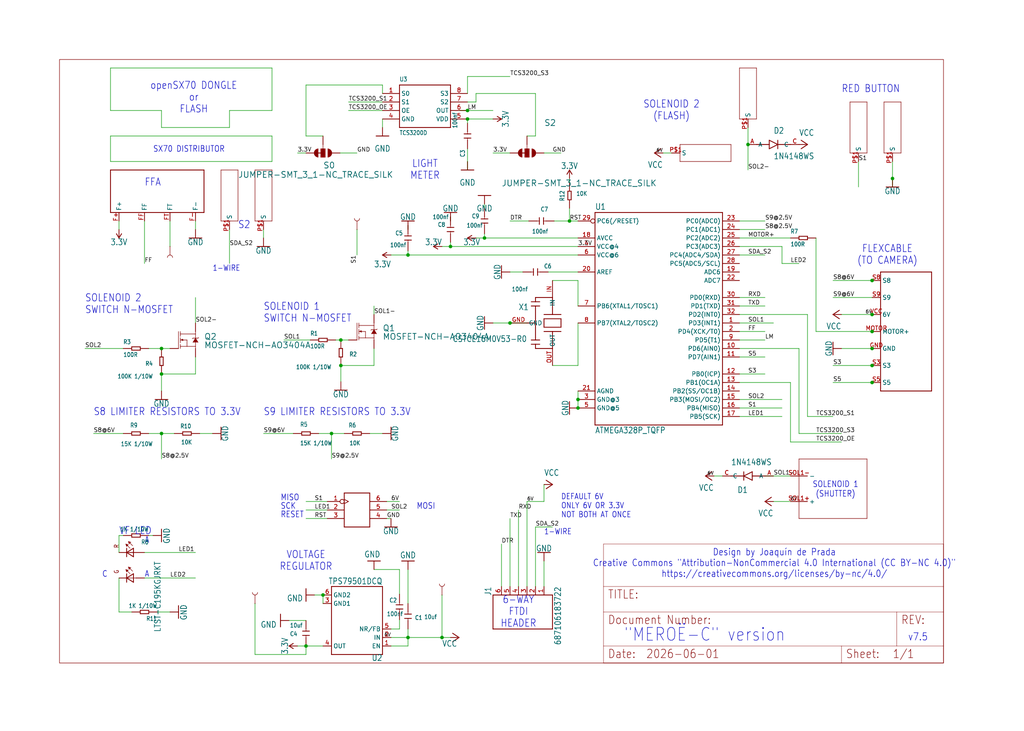
<source format=kicad_sch>
(kicad_sch (version 20230121) (generator eeschema)
  (paper "User" 305.994 218.491)
  (junction (at 48.26 129.54))
  (junction (at 260.604 83.82))
  (junction (at 260.604 109.22))
  (junction (at 260.604 104.14))
  (junction (at 132.08 190.5))
  (junction (at 144.78 71.12))
  (junction (at 139.7 35.56))
  (junction (at 260.604 93.98))
  (junction (at 266.7 53.34))
  (junction (at 260.604 99.06))
  (junction (at 101.854 101.6))
  (junction (at 172.72 121.92))
  (junction (at 134.62 73.66))
  (junction (at 223.52 43.18))
  (junction (at 96.52 177.8))
  (junction (at 170.18 66.04))
  (junction (at 101.854 109.22))
  (junction (at 121.92 190.5))
  (junction (at 48.26 104.14))
  (junction (at 91.44 193.04))
  (junction (at 260.604 114.3))
  (junction (at 99.06 129.54))
  (junction (at 121.92 76.2))
  (junction (at 172.72 119.38))
  (junction (at 152.4 96.52))
  (junction (at 139.7 33.02))
  (junction (at 48.26 111.76))
  (wire (pts (xy 220.98 124.46) (xy 233.68 124.46)) (stroke (width 0.1524)))
  (wire (pts (xy 100.33 101.6) (xy 101.854 101.6)) (stroke (width 0.1524)))
  (wire (pts (xy 170.18 66.04) (xy 172.72 66.04)) (stroke (width 0.1524)))
  (wire (pts (xy 157.48 149.86) (xy 157.48 175.26)) (stroke (width 0.1524)))
  (wire (pts (xy 223.52 38.1) (xy 223.52 43.18)) (stroke (width 0.1524)))
  (wire (pts (xy 238.76 104.14) (xy 238.76 129.54)) (stroke (width 0.1524)))
  (wire (pts (xy 220.98 71.12) (xy 236.22 71.12)) (stroke (width 0.1524)))
  (wire (pts (xy 68.58 38.1) (xy 68.58 33.02)) (stroke (width 0.1524)))
  (wire (pts (xy 260.604 99.06) (xy 260.858 99.06)) (stroke (width 0.1524)))
  (wire (pts (xy 78.74 71.12) (xy 78.74 68.58)) (stroke (width 0.1524)))
  (wire (pts (xy 172.72 83.82) (xy 172.72 91.44)) (stroke (width 0.1524)))
  (wire (pts (xy 163.83 81.28) (xy 172.72 81.28)) (stroke (width 0.1524)))
  (wire (pts (xy 35.56 160.02) (xy 36.83 160.02)) (stroke (width 0.1524)))
  (wire (pts (xy 220.98 66.04) (xy 228.6 66.04)) (stroke (width 0.1524)))
  (wire (pts (xy 170.18 53.34) (xy 170.18 54.61)) (stroke (width 0.1524)))
  (wire (pts (xy 198.12 45.72) (xy 200.66 45.72)) (stroke (width 0.1524)))
  (wire (pts (xy 87.63 129.54) (xy 78.74 129.54)) (stroke (width 0.1524)))
  (wire (pts (xy 68.58 68.58) (xy 68.58 78.74)) (stroke (width 0.1524)))
  (wire (pts (xy 165.1 83.82) (xy 172.72 83.82)) (stroke (width 0.1524)))
  (wire (pts (xy 172.72 76.2) (xy 121.92 76.2)) (stroke (width 0.1524)))
  (wire (pts (xy 134.62 72.39) (xy 134.62 73.66)) (stroke (width 0.1524)))
  (wire (pts (xy 81.28 48.26) (xy 33.02 48.26)) (stroke (width 0.1524)))
  (wire (pts (xy 119.38 187.96) (xy 119.38 185.166)) (stroke (width 0.1524)))
  (wire (pts (xy 76.2 195.58) (xy 91.44 195.58)) (stroke (width 0.1524)))
  (wire (pts (xy 92.71 101.6) (xy 84.836 101.6)) (stroke (width 0.1524)))
  (wire (pts (xy 251.46 104.14) (xy 260.604 104.14)) (stroke (width 0.1524)))
  (wire (pts (xy 132.08 190.5) (xy 134.62 190.5)) (stroke (width 0.1524)))
  (wire (pts (xy 172.72 119.38) (xy 172.72 121.92)) (stroke (width 0.1524)))
  (wire (pts (xy 220.98 104.14) (xy 238.76 104.14)) (stroke (width 0.1524)))
  (wire (pts (xy 48.26 111.76) (xy 58.42 111.76)) (stroke (width 0.1524)))
  (wire (pts (xy 106.68 68.58) (xy 106.68 76.2)) (stroke (width 0.1524)))
  (wire (pts (xy 144.78 60.96) (xy 144.78 62.23)) (stroke (width 0.1524)))
  (wire (pts (xy 114.3 30.48) (xy 104.14 30.48)) (stroke (width 0.1524)))
  (wire (pts (xy 220.98 76.2) (xy 228.6 76.2)) (stroke (width 0.1524)))
  (wire (pts (xy 50.8 66.04) (xy 50.8 73.66)) (stroke (width 0.1524)))
  (wire (pts (xy 36.83 104.14) (xy 25.4 104.14)) (stroke (width 0.1524)))
  (wire (pts (xy 139.7 33.02) (xy 147.32 33.02)) (stroke (width 0.1524)))
  (wire (pts (xy 119.38 177.546) (xy 119.38 170.18)) (stroke (width 0.1524)))
  (wire (pts (xy 233.68 73.66) (xy 233.68 78.74)) (stroke (width 0.1524)))
  (wire (pts (xy 99.06 129.54) (xy 102.87 129.54)) (stroke (width 0.1524)))
  (wire (pts (xy 97.79 152.4) (xy 91.44 152.4)) (stroke (width 0.1524)))
  (wire (pts (xy 91.44 40.64) (xy 96.52 40.64)) (stroke (width 0.1524)))
  (wire (pts (xy 58.42 66.04) (xy 58.42 68.58)) (stroke (width 0.1524)))
  (wire (pts (xy 172.72 109.22) (xy 172.72 96.52)) (stroke (width 0.1524)))
  (wire (pts (xy 88.9 193.04) (xy 91.44 193.04)) (stroke (width 0.1524)))
  (wire (pts (xy 114.3 129.54) (xy 110.49 129.54)) (stroke (width 0.1524)))
  (wire (pts (xy 160.02 27.94) (xy 160.02 40.64)) (stroke (width 0.1524)))
  (wire (pts (xy 48.26 38.1) (xy 68.58 38.1)) (stroke (width 0.1524)))
  (wire (pts (xy 248.92 114.3) (xy 260.604 114.3)) (stroke (width 0.1524)))
  (wire (pts (xy 101.854 109.22) (xy 111.76 109.22)) (stroke (width 0.1524)))
  (wire (pts (xy 233.68 78.74) (xy 238.76 78.74)) (stroke (width 0.1524)))
  (wire (pts (xy 48.26 104.14) (xy 50.8 104.14)) (stroke (width 0.1524)))
  (wire (pts (xy 115.57 154.94) (xy 116.84 154.94)) (stroke (width 0.1524)))
  (wire (pts (xy 220.98 114.3) (xy 236.22 114.3)) (stroke (width 0.1524)))
  (wire (pts (xy 220.98 121.92) (xy 233.68 121.92)) (stroke (width 0.1524)))
  (wire (pts (xy 147.32 96.52) (xy 152.4 96.52)) (stroke (width 0.1524)))
  (wire (pts (xy 121.92 68.58) (xy 121.92 67.31)) (stroke (width 0.1524)))
  (wire (pts (xy 165.1 109.22) (xy 172.72 109.22)) (stroke (width 0.1524)))
  (wire (pts (xy 97.79 149.86) (xy 91.44 149.86)) (stroke (width 0.1524)))
  (wire (pts (xy 33.02 48.26) (xy 33.02 40.64)) (stroke (width 0.1524)))
  (wire (pts (xy 48.26 116.84) (xy 48.26 111.76)) (stroke (width 0.1524)))
  (wire (pts (xy 99.06 129.54) (xy 99.06 137.16)) (stroke (width 0.1524)))
  (wire (pts (xy 160.02 157.48) (xy 165.1 157.48)) (stroke (width 0.1524)))
  (wire (pts (xy 101.854 114.046) (xy 101.854 109.22)) (stroke (width 0.1524)))
  (wire (pts (xy 81.28 33.02) (xy 81.28 20.32)) (stroke (width 0.1524)))
  (wire (pts (xy 220.98 111.76) (xy 228.6 111.76)) (stroke (width 0.1524)))
  (wire (pts (xy 134.62 73.66) (xy 172.72 73.66)) (stroke (width 0.1524)))
  (wire (pts (xy 248.92 109.22) (xy 260.604 109.22)) (stroke (width 0.1524)))
  (wire (pts (xy 243.84 71.12) (xy 243.84 99.06)) (stroke (width 0.1524)))
  (wire (pts (xy 114.3 33.02) (xy 104.14 33.02)) (stroke (width 0.1524)))
  (wire (pts (xy 251.46 93.98) (xy 260.604 93.98)) (stroke (width 0.1524)))
  (wire (pts (xy 44.45 104.14) (xy 48.26 104.14)) (stroke (width 0.1524)))
  (wire (pts (xy 260.604 104.14) (xy 260.858 104.14)) (stroke (width 0.1524)))
  (wire (pts (xy 260.604 93.98) (xy 260.858 93.98)) (stroke (width 0.1524)))
  (wire (pts (xy 152.4 175.26) (xy 152.4 154.94)) (stroke (width 0.1524)))
  (wire (pts (xy 260.604 114.3) (xy 260.858 114.3)) (stroke (width 0.1524)))
  (wire (pts (xy 95.25 129.54) (xy 99.06 129.54)) (stroke (width 0.1524)))
  (wire (pts (xy 162.56 144.78) (xy 162.56 149.86)) (stroke (width 0.1524)))
  (wire (pts (xy 96.52 180.34) (xy 96.52 177.8)) (stroke (width 0.1524)))
  (wire (pts (xy 121.92 190.5) (xy 132.08 190.5)) (stroke (width 0.1524)))
  (wire (pts (xy 236.22 149.86) (xy 231.14 149.86)) (stroke (width 0.1524)))
  (wire (pts (xy 132.08 177.8) (xy 132.08 190.5)) (stroke (width 0.1524)))
  (wire (pts (xy 231.14 142.24) (xy 228.6 142.24)) (stroke (width 0.1524)))
  (wire (pts (xy 59.69 129.54) (xy 63.5 129.54)) (stroke (width 0.1524)))
  (wire (pts (xy 68.58 33.02) (xy 81.28 33.02)) (stroke (width 0.1524)))
  (wire (pts (xy 260.604 109.22) (xy 260.858 109.22)) (stroke (width 0.1524)))
  (wire (pts (xy 152.4 96.52) (xy 157.48 96.52)) (stroke (width 0.1524)))
  (wire (pts (xy 248.92 88.9) (xy 260.604 88.9)) (stroke (width 0.1524)))
  (wire (pts (xy 248.92 83.82) (xy 260.604 83.82)) (stroke (width 0.1524)))
  (wire (pts (xy 33.02 33.02) (xy 48.26 33.02)) (stroke (width 0.1524)))
  (wire (pts (xy 111.76 170.18) (xy 119.38 170.18)) (stroke (width 0.1524)))
  (wire (pts (xy 48.26 33.02) (xy 48.26 38.1)) (stroke (width 0.1524)))
  (wire (pts (xy 76.2 180.34) (xy 76.2 195.58)) (stroke (width 0.1524)))
  (wire (pts (xy 121.92 170.18) (xy 121.92 180.34)) (stroke (width 0.1524)))
  (wire (pts (xy 48.26 129.54) (xy 52.07 129.54)) (stroke (width 0.1524)))
  (wire (pts (xy 91.44 45.72) (xy 88.9 45.72)) (stroke (width 0.1524)))
  (wire (pts (xy 91.44 193.04) (xy 96.52 193.04)) (stroke (width 0.1524)))
  (wire (pts (xy 154.94 175.26) (xy 154.94 152.4)) (stroke (width 0.1524)))
  (wire (pts (xy 236.22 142.24) (xy 231.14 142.24)) (stroke (width 0.1524)))
  (wire (pts (xy 160.02 40.64) (xy 157.48 40.64)) (stroke (width 0.1524)))
  (wire (pts (xy 162.56 45.72) (xy 167.64 45.72)) (stroke (width 0.1524)))
  (wire (pts (xy 111.76 109.22) (xy 111.76 104.14)) (stroke (width 0.1524)))
  (wire (pts (xy 266.7 53.34) (xy 266.7 55.88)) (stroke (width 0.1524)))
  (wire (pts (xy 220.98 73.66) (xy 233.68 73.66)) (stroke (width 0.1524)))
  (wire (pts (xy 162.56 167.64) (xy 162.56 175.26)) (stroke (width 0.1524)))
  (wire (pts (xy 115.57 149.86) (xy 119.38 149.86)) (stroke (width 0.1524)))
  (wire (pts (xy 44.45 129.54) (xy 48.26 129.54)) (stroke (width 0.1524)))
  (wire (pts (xy 58.42 96.52) (xy 58.42 88.9)) (stroke (width 0.1524)))
  (wire (pts (xy 241.3 124.46) (xy 248.92 124.46)) (stroke (width 0.1524)))
  (wire (pts (xy 114.3 27.94) (xy 114.3 25.4)) (stroke (width 0.1524)))
  (wire (pts (xy 48.26 129.54) (xy 48.26 137.16)) (stroke (width 0.1524)))
  (wire (pts (xy 134.62 66.04) (xy 134.62 64.77)) (stroke (width 0.1524)))
  (wire (pts (xy 220.98 96.52) (xy 231.14 96.52)) (stroke (width 0.1524)))
  (wire (pts (xy 121.92 74.93) (xy 121.92 76.2)) (stroke (width 0.1524)))
  (wire (pts (xy 35.56 182.88) (xy 39.37 182.88)) (stroke (width 0.1524)))
  (wire (pts (xy 160.02 175.26) (xy 160.02 157.48)) (stroke (width 0.1524)))
  (wire (pts (xy 139.7 35.56) (xy 139.7 36.83)) (stroke (width 0.1524)))
  (wire (pts (xy 256.54 48.26) (xy 256.54 55.88)) (stroke (width 0.1524)))
  (wire (pts (xy 220.98 68.58) (xy 228.6 68.58)) (stroke (width 0.1524)))
  (wire (pts (xy 86.36 185.42) (xy 91.44 185.42)) (stroke (width 0.1524)))
  (wire (pts (xy 121.92 193.04) (xy 121.92 190.5)) (stroke (width 0.1524)))
  (wire (pts (xy 266.7 48.26) (xy 266.7 53.34)) (stroke (width 0.1524)))
  (wire (pts (xy 152.4 45.72) (xy 147.32 45.72)) (stroke (width 0.1524)))
  (wire (pts (xy 170.18 62.23) (xy 170.18 66.04)) (stroke (width 0.1524)))
  (wire (pts (xy 157.988 66.04) (xy 152.4 66.04)) (stroke (width 0.1524)))
  (wire (pts (xy 152.4 81.28) (xy 156.21 81.28)) (stroke (width 0.1524)))
  (wire (pts (xy 220.98 101.6) (xy 228.6 101.6)) (stroke (width 0.1524)))
  (wire (pts (xy 43.18 66.04) (xy 43.18 78.74)) (stroke (width 0.1524)))
  (wire (pts (xy 111.76 93.98) (xy 111.76 91.44)) (stroke (width 0.1524)))
  (wire (pts (xy 142.24 27.94) (xy 160.02 27.94)) (stroke (width 0.1524)))
  (wire (pts (xy 35.56 172.72) (xy 35.56 182.88)) (stroke (width 0.1524)))
  (wire (pts (xy 243.84 99.06) (xy 260.604 99.06)) (stroke (width 0.1524)))
  (wire (pts (xy 139.7 44.45) (xy 139.7 48.26)) (stroke (width 0.1524)))
  (wire (pts (xy 260.604 83.82) (xy 260.858 83.82)) (stroke (width 0.1524)))
  (wire (pts (xy 139.7 22.86) (xy 152.4 22.86)) (stroke (width 0.1524)))
  (wire (pts (xy 35.56 165.1) (xy 35.56 160.02)) (stroke (width 0.1524)))
  (wire (pts (xy 220.98 106.68) (xy 228.6 106.68)) (stroke (width 0.1524)))
  (wire (pts (xy 132.08 73.66) (xy 134.62 73.66)) (stroke (width 0.1524)))
  (wire (pts (xy 36.83 129.54) (xy 27.94 129.54)) (stroke (width 0.1524)))
  (wire (pts (xy 172.72 116.84) (xy 172.72 119.38)) (stroke (width 0.1524)))
  (wire (pts (xy 139.7 35.56) (xy 147.32 35.56)) (stroke (width 0.1524)))
  (wire (pts (xy 213.36 142.24) (xy 215.9 142.24)) (stroke (width 0.1524)))
  (wire (pts (xy 223.52 43.18) (xy 223.52 50.8)) (stroke (width 0.1524)))
  (wire (pts (xy 220.98 88.9) (xy 228.6 88.9)) (stroke (width 0.1524)))
  (wire (pts (xy 162.56 149.86) (xy 157.48 149.86)) (stroke (width 0.1524)))
  (wire (pts (xy 101.6 45.72) (xy 106.68 45.72)) (stroke (width 0.1524)))
  (wire (pts (xy 101.854 101.6) (xy 104.14 101.6)) (stroke (width 0.1524)))
  (wire (pts (xy 137.16 33.02) (xy 139.7 33.02)) (stroke (width 0.1524)))
  (wire (pts (xy 121.92 187.96) (xy 121.92 190.5)) (stroke (width 0.1524)))
  (wire (pts (xy 114.3 38.1) (xy 114.3 35.56)) (stroke (width 0.1524)))
  (wire (pts (xy 46.99 182.88) (xy 50.8 182.88)) (stroke (width 0.1524)))
  (wire (pts (xy 116.84 193.04) (xy 121.92 193.04)) (stroke (width 0.1524)))
  (wire (pts (xy 43.18 172.72) (xy 58.42 172.72)) (stroke (width 0.1524)))
  (wire (pts (xy 33.02 20.32) (xy 33.02 33.02)) (stroke (width 0.1524)))
  (wire (pts (xy 165.608 66.04) (xy 170.18 66.04)) (stroke (width 0.1524)))
  (wire (pts (xy 238.76 129.54) (xy 251.46 129.54)) (stroke (width 0.1524)))
  (wire (pts (xy 44.45 160.02) (xy 45.72 160.02)) (stroke (width 0.1524)))
  (wire (pts (xy 149.86 175.26) (xy 149.86 162.56)) (stroke (width 0.1524)))
  (wire (pts (xy 33.02 40.64) (xy 81.28 40.64)) (stroke (width 0.1524)))
  (wire (pts (xy 142.24 30.48) (xy 142.24 27.94)) (stroke (width 0.1524)))
  (wire (pts (xy 43.18 165.1) (xy 58.42 165.1)) (stroke (width 0.1524)))
  (wire (pts (xy 91.44 195.58) (xy 91.44 193.04)) (stroke (width 0.1524)))
  (wire (pts (xy 139.7 48.26) (xy 139.7 50.8)) (stroke (width 0.1524)))
  (wire (pts (xy 220.98 91.44) (xy 228.6 91.44)) (stroke (width 0.1524)))
  (wire (pts (xy 58.42 111.76) (xy 58.42 106.68)) (stroke (width 0.1524)))
  (wire (pts (xy 236.22 132.08) (xy 251.46 132.08)) (stroke (width 0.1524)))
  (wire (pts (xy 172.72 71.12) (xy 144.78 71.12)) (stroke (width 0.1524)))
  (wire (pts (xy 93.98 177.8) (xy 96.52 177.8)) (stroke (width 0.1524)))
  (wire (pts (xy 220.98 93.98) (xy 241.3 93.98)) (stroke (width 0.1524)))
  (wire (pts (xy 91.44 25.4) (xy 91.44 40.64)) (stroke (width 0.1524)))
  (wire (pts (xy 81.28 40.64) (xy 81.28 48.26)) (stroke (width 0.1524)))
  (wire (pts (xy 220.98 99.06) (xy 228.6 99.06)) (stroke (width 0.1524)))
  (wire (pts (xy 236.22 114.3) (xy 236.22 132.08)) (stroke (width 0.1524)))
  (wire (pts (xy 121.92 76.2) (xy 116.84 76.2)) (stroke (width 0.1524)))
  (wire (pts (xy 81.28 20.32) (xy 33.02 20.32)) (stroke (width 0.1524)))
  (wire (pts (xy 116.84 187.96) (xy 119.38 187.96)) (stroke (width 0.1524)))
  (wire (pts (xy 144.78 69.85) (xy 144.78 71.12)) (stroke (width 0.1524)))
  (wire (pts (xy 144.78 71.12) (xy 142.24 71.12)) (stroke (width 0.1524)))
  (wire (pts (xy 241.3 93.98) (xy 241.3 124.46)) (stroke (width 0.1524)))
  (wire (pts (xy 116.84 190.5) (xy 121.92 190.5)) (stroke (width 0.1524)))
  (wire (pts (xy 115.57 152.4) (xy 119.38 152.4)) (stroke (width 0.1524)))
  (wire (pts (xy 97.79 154.94) (xy 91.44 154.94)) (stroke (width 0.1524)))
  (wire (pts (xy 139.7 27.94) (xy 139.7 22.86)) (stroke (width 0.1524)))
  (wire (pts (xy 35.56 66.04) (xy 35.56 68.58)) (stroke (width 0.1524)))
  (wire (pts (xy 220.98 119.38) (xy 233.68 119.38)) (stroke (width 0.1524)))
  (wire (pts (xy 139.7 30.48) (xy 142.24 30.48)) (stroke (width 0.1524)))
  (wire (pts (xy 114.3 25.4) (xy 91.44 25.4)) (stroke (width 0.1524)))
  (text "S9 LIMITER RESISTORS TO 3.3V" (at 78.74 124.46 0) (effects (font (size 2.1844 1.8567)) (justify left bottom)))
  (text "LIGHT\nMETER" (at 127 50.8 0) (effects (font (size 2.1844 1.8567))))
  (text "FFA" (at 43.18 55.88 0) (effects (font (size 2.1844 1.8567)) (justify left bottom)))
  (text "SOLENOID 2\nSWITCH N-MOSFET" (at 25.4 93.98 0) (effects (font (size 2.1844 1.8567)) (justify left bottom)))
  (text "S8 LIMITER RESISTORS TO 3.3V" (at 27.94 124.46 0) (effects (font (size 2.1844 1.8567)) (justify left bottom)))
  (text "SOLENOID 2\n(FLASH)" (at 200.66 33.02 0) (effects (font (size 2.1844 1.8567))))
  (text "Design by Joaquín de Prada\nCreative Commons \"Attribution-NonCommercial 4.0 International (CC BY-NC 4.0)\"\nhttps://creativecommons.org/licenses/by-nc/4.0/" (at 231.394 168.402 0) (effects (font (size 2.0066 1.7056))))
  (text "SOLENOID 1\nSWITCH N-MOSFET" (at 78.74 96.52 0) (effects (font (size 2.1844 1.8567)) (justify left bottom)))
  (text "VF LED" (at 35.56 160.02 0) (effects (font (size 2.1844 1.8567)) (justify left bottom)))
  (text "RED BUTTON" (at 251.46 27.94 0) (effects (font (size 2.1844 1.8567)) (justify left bottom)))
  (text "A" (at 43.18 172.72 0) (effects (font (size 1.778 1.5113)) (justify left bottom)))
  (text "MISO" (at 83.82 149.86 0) (effects (font (size 1.778 1.5113)) (justify left bottom)))
  (text "\"MEROË-C\" version" (at 186.436 192.024 0) (effects (font (size 3.81 3.2385)) (justify left bottom)))
  (text "SCK" (at 83.82 152.4 0) (effects (font (size 1.778 1.5113)) (justify left bottom)))
  (text "SX70 DISTRIBUTOR" (at 45.72 45.72 0) (effects (font (size 1.778 1.5113)) (justify left bottom)))
  (text "S2" (at 71.12 68.58 0) (effects (font (size 2.1844 1.8567)) (justify left bottom)))
  (text "SOLENOID 1\n(SHUTTER)" (at 249.682 146.304 0) (effects (font (size 1.778 1.5113))))
  (text "RESET" (at 83.82 154.94 0) (effects (font (size 1.778 1.5113)) (justify left bottom)))
  (text "1-WIRE" (at 162.56 160.02 0) (effects (font (size 1.6764 1.4249)) (justify left bottom)))
  (text "v7.5" (at 274.32 190.5 0) (effects (font (size 2.1844 1.8567))))
  (text "openSX70 DONGLE\nor\nFLASH" (at 57.912 29.21 0) (effects (font (size 2.1844 1.8567))))
  (text "1-WIRE" (at 63.5 81.28 0) (effects (font (size 1.6764 1.4249)) (justify left bottom)))
  (text "DEFAULT 6V\nONLY 6V OR 3.3V\nNOT BOTH AT ONCE" (at 167.64 154.94 0) (effects (font (size 1.6764 1.4249)) (justify left bottom)))
  (text "A" (at 43.18 162.56 0) (effects (font (size 1.778 1.5113)) (justify left bottom)))
  (text "C" (at 30.48 172.72 0) (effects (font (size 1.778 1.5113)) (justify left bottom)))
  (text "MOSI" (at 124.46 152.4 0) (effects (font (size 1.778 1.5113)) (justify left bottom)))
  (text "VOLTAGE\nREGULATOR" (at 91.44 167.64 0) (effects (font (size 2.1844 1.8567))))
  (text "FLEXCABLE\n(TO CAMERA)" (at 265.176 76.2 0) (effects (font (size 2.1844 1.8567))))
  (text "6-WAY\nFTDI\nHEADER" (at 154.94 182.88 0) (effects (font (size 2.1844 1.8567))))
  (label "S9@2.5V" (at 99.06 137.16 0) (effects (font (size 1.2446 1.2446))))
  (label "S5" (at 223.52 106.68 0) (effects (font (size 1.2446 1.2446))))
  (label "S5" (at 248.92 114.3 0) (effects (font (size 1.2446 1.2446))))
  (label "LED2" (at 50.8 172.72 0) (effects (font (size 1.2446 1.2446))))
  (label "6V" (at 157.48 149.86 0) (effects (font (size 1.016 1.016))))
  (label "S3" (at 248.92 109.22 0) (effects (font (size 1.2446 1.2446))))
  (label "TCS3200_OE" (at 243.84 132.08 0) (effects (font (size 1.2446 1.2446))))
  (label "TCS3200_OE" (at 104.14 33.02 0) (effects (font (size 1.2446 1.2446))))
  (label "6V" (at 236.22 149.86 0) (effects (font (size 1.016 1.016))))
  (label "S8@6V" (at 27.94 129.54 0) (effects (font (size 1.2446 1.2446))))
  (label "SOL1" (at 84.836 101.6 0) (effects (font (size 1.2446 1.2446))))
  (label "SOL1-" (at 231.14 142.24 0) (effects (font (size 1.2446 1.2446))))
  (label "3.3V" (at 147.32 45.72 0) (effects (font (size 1.2446 1.2446))))
  (label "LED1" (at 93.98 152.4 0) (effects (font (size 1.2446 1.2446))))
  (label "LED1" (at 223.52 124.46 0) (effects (font (size 1.2446 1.2446))))
  (label "TXD" (at 152.4 154.94 0) (effects (font (size 1.2446 1.2446))))
  (label "S9@6V" (at 78.74 129.54 0) (effects (font (size 1.2446 1.2446))))
  (label "TCS3200_S3" (at 152.4 22.86 0) (effects (font (size 1.2446 1.2446))))
  (label "LM" (at 228.6 101.6 0) (effects (font (size 1.2446 1.2446))))
  (label "3.3V" (at 88.9 45.72 0) (effects (font (size 1.2446 1.2446))))
  (label "SOL2-" (at 223.52 50.8 0) (effects (font (size 1.2446 1.2446))))
  (label "S1" (at 93.98 149.86 0) (effects (font (size 1.2446 1.2446))))
  (label "S8@2.5V" (at 228.6 68.58 0) (effects (font (size 1.2446 1.2446))))
  (label "SOL1" (at 223.52 96.52 0) (effects (font (size 1.2446 1.2446))))
  (label "TCS3200_S3" (at 243.84 129.54 0) (effects (font (size 1.2446 1.2446))))
  (label "SDA_S2" (at 223.52 76.2 0) (effects (font (size 1.2446 1.2446))))
  (label "6V" (at 213.36 142.24 180) (effects (font (size 1.016 1.016))))
  (label "S8@2.5V" (at 48.26 137.16 0) (effects (font (size 1.2446 1.2446))))
  (label "TCS3200_S1" (at 104.14 30.48 0) (effects (font (size 1.2446 1.2446))))
  (label "SOL2" (at 223.52 119.38 0) (effects (font (size 1.2446 1.2446))))
  (label "SOL1-" (at 111.76 93.98 0) (effects (font (size 1.2446 1.2446))))
  (label "6V" (at 116.84 190.5 180) (effects (font (size 1.016 1.016))))
  (label "S1" (at 106.68 76.2 270) (effects (font (size 1.2446 1.2446))))
  (label "FF" (at 223.52 99.06 0) (effects (font (size 1.2446 1.2446))))
  (label "GND" (at 106.68 45.72 0) (effects (font (size 1.2446 1.2446))))
  (label "MOTOR+" (at 223.52 71.12 0) (effects (font (size 1.2446 1.2446))))
  (label "SDA_S2" (at 160.02 157.48 0) (effects (font (size 1.2446 1.2446))))
  (label "TXD" (at 223.52 91.44 0) (effects (font (size 1.2446 1.2446))))
  (label "S3" (at 223.52 111.76 0) (effects (font (size 1.2446 1.2446))))
  (label "GND" (at 165.1 45.72 0) (effects (font (size 1.2446 1.2446))))
  (label "SDA_S2" (at 68.58 73.66 0) (effects (font (size 1.2446 1.2446))))
  (label "LED1" (at 53.34 165.1 0) (effects (font (size 1.2446 1.2446))))
  (label "TCS3200_S1" (at 243.84 124.46 0) (effects (font (size 1.2446 1.2446))))
  (label "RST" (at 170.18 66.04 0) (effects (font (size 1.2446 1.2446))))
  (label "SOL2-" (at 58.42 96.52 0) (effects (font (size 1.2446 1.2446))))
  (label "S9@6V" (at 248.92 88.9 0) (effects (font (size 1.2446 1.2446))))
  (label "GND" (at 115.57 154.94 0) (effects (font (size 1.2446 1.2446))))
  (label "6V" (at 198.12 45.72 180) (effects (font (size 1.016 1.016))))
  (label "RST" (at 93.98 154.94 0) (effects (font (size 1.2446 1.2446))))
  (label "RXD" (at 223.52 88.9 0) (effects (font (size 1.2446 1.2446))))
  (label "RXD" (at 154.94 152.4 0) (effects (font (size 1.2446 1.2446))))
  (label "S1" (at 256.54 48.26 0) (effects (font (size 1.2446 1.2446))))
  (label "S8@6V" (at 248.92 83.82 0) (effects (font (size 1.2446 1.2446))))
  (label "DTR" (at 152.4 66.04 0) (effects (font (size 1.2446 1.2446))))
  (label "LED2" (at 236.22 78.74 0) (effects (font (size 1.2446 1.2446))))
  (label "3.3V" (at 172.72 73.66 0) (effects (font (size 1.2446 1.2446))))
  (label "LM" (at 139.7 33.02 0) (effects (font (size 1.2446 1.2446))))
  (label "FF" (at 43.18 78.74 0) (effects (font (size 1.2446 1.2446))))
  (label "S1" (at 223.52 121.92 0) (effects (font (size 1.2446 1.2446))))
  (label "SOL2" (at 25.4 104.14 0) (effects (font (size 1.2446 1.2446))))
  (label "6V" (at 260.604 93.98 180) (effects (font (size 1.016 1.016))))
  (label "DTR" (at 149.86 162.56 0) (effects (font (size 1.2446 1.2446))))
  (label "SOL2" (at 116.84 152.4 0) (effects (font (size 1.2446 1.2446))))
  (label "6V" (at 116.84 149.86 0) (effects (font (size 1.2446 1.2446))))
  (label "S9@2.5V" (at 228.6 66.04 0) (effects (font (size 1.2446 1.2446))))
  (symbol (lib_id "openSX70_MEROEC_V7-9C_20200625-TCS3200-eagle-import:GND") (at 66.04 129.54 90) (unit 1)
    (property "Reference" "#GND9" (effects hide))
    (property "Value" "GND" (at 66.294 129.54 0) (effects (font (size 1.778 1.5113)) (justify top)))
  )
  (symbol (lib_id "openSX70_MEROEC_V7-9C_20200625-TCS3200-eagle-import:VCC") (at 137.16 190.5 270) (unit 1)
    (property "Reference" "#P+4" (effects hide))
    (property "Value" "VCC" (at 132.08 193.294 90) (effects (font (size 1.778 1.5113)) (justify left bottom)))
  )
  (symbol (lib_id "openSX70_MEROEC_V7-9C_20200625-TCS3200-eagle-import:GND") (at 111.76 167.64 180) (unit 1)
    (property "Reference" "#GND17" (effects hide))
    (property "Value" "GND" (at 111.252 166.624 0) (effects (font (size 1.778 1.5113)) (justify top)))
  )
  (symbol (lib_id "openSX70_MEROEC_V7-9C_20200625-TCS3200-eagle-import:CERAMIC-100NF-50V-10%-X7R(0603)") (at 161.798 66.04 0) (unit 1)
    (property "Reference" "C7" (at 163.83 61.849 0) (effects (font (size 1.27 1.0795)) (justify right top)))
    (property "Value" "100nf" (at 163.83 68.453 0) (effects (font (size 1.27 1.0795)) (justify right top)))
    (property "Footprint" "openSX70_MEROEC_V7-9C_20200625-TCS3200:C0603" (effects hide))
  )
  (symbol (lib_id "openSX70_MEROEC_V7-9C_20200625-TCS3200-eagle-import:1N4148WS") (at 223.52 142.24 180) (unit 1)
    (property "Reference" "D1" (at 223.52 145.415 0) (effects (font (size 1.778 1.5113)) (justify left bottom)))
    (property "Value" "1N4148WS" (at 218.44 139.065 0) (effects (font (size 1.778 1.5113)) (justify right top)))
    (property "Footprint" "openSX70_MEROEC_V7-9C_20200625-TCS3200:SODFL2512X100N" (effects hide))
  )
  (symbol (lib_id "openSX70_MEROEC_V7-9C_20200625-TCS3200-eagle-import:GND") (at 162.56 165.1 180) (unit 1)
    (property "Reference" "#GND1" (effects hide))
    (property "Value" "GND" (at 162.56 164.846 0) (effects (font (size 1.778 1.5113)) (justify top)))
  )
  (symbol (lib_id "openSX70_MEROEC_V7-9C_20200625-TCS3200-eagle-import:SX70-7-PAD") (at 270.764 99.06 0) (mirror y) (unit 1)
    (property "Reference" "U$1" (effects hide))
    (property "Value" "SX70-7-PAD" (effects hide))
    (property "Footprint" "openSX70_MEROEC_V7-9C_20200625-TCS3200:SX70-7-PAD-PROPER" (effects hide))
  )
  (symbol (lib_id "openSX70_MEROEC_V7-9C_20200625-TCS3200-eagle-import:SMD-RES-10K-1%-1/10W(0603)") (at 170.18 58.42 90) (unit 1)
    (property "Reference" "R12" (at 168.6814 60.198 0) (effects (font (size 1.27 1.0795)) (justify left bottom)))
    (property "Value" "10K" (at 175.514 57.15 90) (effects (font (size 1.27 1.0795)) (justify left bottom)))
    (property "Footprint" "openSX70_MEROEC_V7-9C_20200625-TCS3200:R0603" (effects hide))
  )
  (symbol (lib_id "openSX70_MEROEC_V7-9C_20200625-TCS3200-eagle-import:GND") (at 139.7 50.8 0) (unit 1)
    (property "Reference" "#GND19" (effects hide))
    (property "Value" "GND" (at 139.7 53.594 0) (effects (font (size 1.778 1.5113)) (justify top)))
  )
  (symbol (lib_id "openSX70_MEROEC_V7-9C_20200625-TCS3200-eagle-import:SX70-FFA-PAD") (at 48.26 58.42 0) (unit 1)
    (property "Reference" "U$2" (effects hide))
    (property "Value" "FFA" (effects hide))
    (property "Footprint" "openSX70_MEROEC_V7-9C_20200625-TCS3200:FFA-PAD-PACKAGE" (effects hide))
  )
  (symbol (lib_id "openSX70_MEROEC_V7-9C_20200625-TCS3200-eagle-import:GND") (at 149.86 81.28 270) (unit 1)
    (property "Reference" "#GND23" (effects hide))
    (property "Value" "GND" (at 149.606 81.28 0) (effects (font (size 1.778 1.5113)) (justify top)))
  )
  (symbol (lib_id "openSX70_MEROEC_V7-9C_20200625-TCS3200-eagle-import:SMD-RES-100R-5%-1/10W(0603)") (at 240.03 71.12 0) (unit 1)
    (property "Reference" "R7" (at 236.22 69.85 0) (effects (font (size 1.27 1.0795)) (justify left bottom)))
    (property "Value" "100R" (at 236.22 73.66 0) (effects (font (size 1.27 1.0795)) (justify left bottom)))
    (property "Footprint" "openSX70_MEROEC_V7-9C_20200625-TCS3200:R0603" (effects hide))
  )
  (symbol (lib_id "openSX70_MEROEC_V7-9C_20200625-TCS3200-eagle-import:supply1_GND") (at 48.26 160.02 90) (unit 1)
    (property "Reference" "#GND24" (effects hide))
    (property "Value" "GND" (at 50.8 162.56 0) (effects (font (size 1.778 1.5113)) (justify left bottom)))
  )
  (symbol (lib_id "openSX70_MEROEC_V7-9C_20200625-TCS3200-eagle-import:GND") (at 48.26 119.38 0) (unit 1)
    (property "Reference" "#GND6" (effects hide))
    (property "Value" "GND" (at 48.26 119.634 0) (effects (font (size 1.778 1.5113)) (justify top)))
  )
  (symbol (lib_id "openSX70_MEROEC_V7-9C_20200625-TCS3200-eagle-import:CERAMIC-100NF-50V-10%-X7R(0603)") (at 119.38 181.356 270) (unit 1)
    (property "Reference" "C2" (at 116.332 180.086 90) (effects (font (size 1.27 1.0795)) (justify left bottom)))
    (property "Value" "100nf" (at 115.57 184.15 90) (effects (font (size 1.27 1.0795)) (justify left bottom)))
    (property "Footprint" "openSX70_MEROEC_V7-9C_20200625-TCS3200:C0603" (effects hide))
  )
  (symbol (lib_id "openSX70_MEROEC_V7-9C_20200625-TCS3200-eagle-import:CERAMIC-100NF-50V-10%-X7R(0603)") (at 121.92 71.12 90) (unit 1)
    (property "Reference" "C5" (at 120.396 68.961 90) (effects (font (size 1.27 1.0795)) (justify left bottom)))
    (property "Value" "100nf" (at 121.412 72.517 90) (effects (font (size 1.27 1.0795)) (justify left bottom)))
    (property "Footprint" "openSX70_MEROEC_V7-9C_20200625-TCS3200:C0603" (effects hide))
  )
  (symbol (lib_id "openSX70_MEROEC_V7-9C_20200625-TCS3200-eagle-import:GND") (at 170.18 121.92 270) (unit 1)
    (property "Reference" "#GND11" (effects hide))
    (property "Value" "GND" (at 169.926 121.92 0) (effects (font (size 1.778 1.5113)) (justify top)))
  )
  (symbol (lib_id "openSX70_MEROEC_V7-9C_20200625-TCS3200-eagle-import:3.3V") (at 142.24 71.12 90) (unit 1)
    (property "Reference" "#SUPPLY8" (effects hide))
    (property "Value" "3.3V" (at 140.97 71.374 90) (effects (font (size 1.778 1.5113)) (justify bottom)))
  )
  (symbol (lib_id "openSX70_MEROEC_V7-9C_20200625-TCS3200-eagle-import:VCC") (at 195.58 45.72 90) (unit 1)
    (property "Reference" "#P+5" (effects hide))
    (property "Value" "VCC" (at 198.12 48.26 90) (effects (font (size 1.778 1.5113)) (justify left bottom)))
  )
  (symbol (lib_id "openSX70_MEROEC_V7-9C_20200625-TCS3200-eagle-import:GND") (at 78.74 73.66 0) (unit 1)
    (property "Reference" "#GND10" (effects hide))
    (property "Value" "GND" (at 78.74 73.914 0) (effects (font (size 1.778 1.5113)) (justify top)))
  )
  (symbol (lib_id "openSX70_MEROEC_V7-9C_20200625-TCS3200-eagle-import:CSTCE16M0V53-R0") (at 160.02 96.52 270) (unit 1)
    (property "Reference" "X1" (at 154.909 92.7332 90) (effects (font (size 1.7816 1.5143)) (justify left bottom)))
    (property "Value" "CSTCE16M0V53-R0" (at 157.5211 100.2923 90) (effects (font (size 1.7827 1.5152)) (justify right top)))
    (property "Footprint" "openSX70_MEROEC_V7-9C_20200625-TCS3200:CFP95P160X100-3N" (effects hide))
  )
  (symbol (lib_id "openSX70_MEROEC_V7-9C_20200625-TCS3200-eagle-import:3.3V") (at 35.56 68.58 180) (unit 1)
    (property "Reference" "#SUPPLY1" (effects hide))
    (property "Value" "3.3V" (at 35.56 71.374 0) (effects (font (size 1.778 1.5113)) (justify bottom)))
  )
  (symbol (lib_id "openSX70_MEROEC_V7-9C_20200625-TCS3200-eagle-import:ATMEGA328P_TQFP") (at 198.12 96.52 0) (unit 1)
    (property "Reference" "U1" (at 177.8 62.738 0) (effects (font (size 1.778 1.5113)) (justify left bottom)))
    (property "Value" "ATMEGA328P_TQFP" (at 177.8 129.54 0) (effects (font (size 1.778 1.5113)) (justify left bottom)))
    (property "Footprint" "openSX70_MEROEC_V7-9C_20200625-TCS3200:TQFP32-08" (effects hide))
  )
  (symbol (lib_id "openSX70_MEROEC_V7-9C_20200625-TCS3200-eagle-import:SMD-RES-100R-5%-1/10W(0603)") (at 40.64 104.14 0) (unit 1)
    (property "Reference" "R3" (at 36.83 102.87 0) (effects (font (size 1.27 1.0795)) (justify left bottom)))
    (property "Value" "100R" (at 36.83 106.68 0) (effects (font (size 1.27 1.0795)) (justify left bottom)))
    (property "Footprint" "openSX70_MEROEC_V7-9C_20200625-TCS3200:R0603" (effects hide))
  )
  (symbol (lib_id "openSX70_MEROEC_V7-9C_20200625-TCS3200-eagle-import:CERAMIC-100NF-50V-10%-X7R(0603)") (at 139.7 40.64 270) (unit 1)
    (property "Reference" "C3" (at 137.541 44.704 0) (effects (font (size 1.27 1.0795)) (justify left bottom)))
    (property "Value" "100nf" (at 135.255 33.528 0) (effects (font (size 1.27 1.0795)) (justify left bottom)))
    (property "Footprint" "openSX70_MEROEC_V7-9C_20200625-TCS3200:C0603" (effects hide))
  )
  (symbol (lib_id "openSX70_MEROEC_V7-9C_20200625-TCS3200-eagle-import:SX70-S-PAD-NEW") (at 223.52 30.48 270) (unit 1)
    (property "Reference" "SOL2-0" (effects hide))
    (property "Value" "SX70-S-PAD-NEW" (effects hide))
    (property "Footprint" "openSX70_MEROEC_V7-9C_20200625-TCS3200:SX70-S-PAD2" (effects hide))
  )
  (symbol (lib_id "openSX70_MEROEC_V7-9C_20200625-TCS3200-eagle-import:3.3V") (at 147.32 35.56 270) (unit 1)
    (property "Reference" "#SUPPLY2" (effects hide))
    (property "Value" "3.3V" (at 150.114 35.56 0) (effects (font (size 1.778 1.5113)) (justify bottom)))
  )
  (symbol (lib_id "openSX70_MEROEC_V7-9C_20200625-TCS3200-eagle-import:GND") (at 248.92 104.14 270) (unit 1)
    (property "Reference" "#GND2" (effects hide))
    (property "Value" "GND" (at 248.666 104.14 0) (effects (font (size 1.778 1.5113)) (justify top)))
  )
  (symbol (lib_id "openSX70_MEROEC_V7-9C_20200625-TCS3200-eagle-import:CERAMIC-100NF-50V-10%-X7R(0603)") (at 134.62 68.58 90) (unit 1)
    (property "Reference" "C8" (at 133.096 66.421 90) (effects (font (size 1.27 1.0795)) (justify left bottom)))
    (property "Value" "100nf" (at 134.112 64.135 90) (effects (font (size 1.27 1.0795)) (justify left bottom)))
    (property "Footprint" "openSX70_MEROEC_V7-9C_20200625-TCS3200:C0603" (effects hide))
  )
  (symbol (lib_id "openSX70_MEROEC_V7-9C_20200625-TCS3200-eagle-import:TCS3200D") (at 124.46 33.02 0) (unit 1)
    (property "Reference" "U3" (at 119.3789 24.3822 0) (effects (font (size 1.2702 1.0796)) (justify left bottom)))
    (property "Value" "TCS3200D" (at 119.3759 40.3919 0) (effects (font (size 1.271 1.0803)) (justify left bottom)))
    (property "Footprint" "openSX70_MEROEC_V7-9C_20200625-TCS3200:SOIC8" (effects hide))
  )
  (symbol (lib_id "openSX70_MEROEC_V7-9C_20200625-TCS3200-eagle-import:1N4148WS") (at 231.14 43.18 0) (unit 1)
    (property "Reference" "D2" (at 231.14 40.005 0) (effects (font (size 1.778 1.5113)) (justify left bottom)))
    (property "Value" "1N4148WS" (at 231.14 47.625 0) (effects (font (size 1.778 1.5113)) (justify left bottom)))
    (property "Footprint" "openSX70_MEROEC_V7-9C_20200625-TCS3200:SODFL2512X100N" (effects hide))
  )
  (symbol (lib_id "openSX70_MEROEC_V7-9C_20200625-TCS3200-eagle-import:SMD-RES-10K-1%-1/10W(0603)") (at 55.88 129.54 0) (unit 1)
    (property "Reference" "R10" (at 53.848 128.0414 0) (effects (font (size 1.27 1.0795)) (justify left bottom)))
    (property "Value" "10K" (at 54.102 132.842 0) (effects (font (size 1.27 1.0795)) (justify left bottom)))
    (property "Footprint" "openSX70_MEROEC_V7-9C_20200625-TCS3200:R0603" (effects hide))
  )
  (symbol (lib_id "openSX70_MEROEC_V7-9C_20200625-TCS3200-eagle-import:3.3V") (at 88.9 193.04 90) (unit 1)
    (property "Reference" "#SUPPLY4" (effects hide))
    (property "Value" "3.3V" (at 86.106 193.04 0) (effects (font (size 1.778 1.5113)) (justify bottom)))
  )
  (symbol (lib_id "openSX70_MEROEC_V7-9C_20200625-TCS3200-eagle-import:GND") (at 58.42 71.12 0) (unit 1)
    (property "Reference" "#GND3" (effects hide))
    (property "Value" "GND" (at 58.42 71.374 0) (effects (font (size 1.778 1.5113)) (justify top)))
  )
  (symbol (lib_id "openSX70_MEROEC_V7-9C_20200625-TCS3200-eagle-import:DINA4_L") (at 17.78 198.12 0) (unit 1)
    (property "Reference" "#FRAME1" (effects hide))
    (property "Value" "openSX70 main board" (effects hide))
  )
  (symbol (lib_id "openSX70_MEROEC_V7-9C_20200625-TCS3200-eagle-import:SMD-RES-1K-5%-1/10W(0603)") (at 40.64 160.02 180) (unit 1)
    (property "Reference" "R8" (at 44.45 161.29 0) (effects (font (size 1.27 1.0795)) (justify left bottom)))
    (property "Value" "1K 1/10W" (at 44.45 157.48 0) (effects (font (size 1.27 1.0795)) (justify left bottom)))
    (property "Footprint" "openSX70_MEROEC_V7-9C_20200625-TCS3200:R0603" (effects hide))
  )
  (symbol (lib_id "openSX70_MEROEC_V7-9C_20200625-TCS3200-eagle-import:SMD-RES-10K-1%-1/10W(0603)") (at 106.68 129.54 0) (unit 1)
    (property "Reference" "R6" (at 104.14 127.7874 0) (effects (font (size 1.27 1.0795)) (justify left bottom)))
    (property "Value" "10K" (at 104.394 133.096 0) (effects (font (size 1.27 1.0795)) (justify left bottom)))
    (property "Footprint" "openSX70_MEROEC_V7-9C_20200625-TCS3200:R0603" (effects hide))
  )
  (symbol (lib_id "openSX70_MEROEC_V7-9C_20200625-TCS3200-eagle-import:SMD-RES-100K-5%-1/10W(0603)") (at 101.854 105.41 90) (unit 1)
    (property "Reference" "R2" (at 106.68 105.156 90) (effects (font (size 1.27 1.0795)) (justify left bottom)))
    (property "Value" "100K 1/10W" (at 99.06 108.966 90) (effects (font (size 1.27 1.0795)) (justify left bottom)))
    (property "Footprint" "openSX70_MEROEC_V7-9C_20200625-TCS3200:R0603" (effects hide))
  )
  (symbol (lib_id "openSX70_MEROEC_V7-9C_20200625-TCS3200-eagle-import:VCC") (at 165.1 144.78 270) (unit 1)
    (property "Reference" "#P+7" (effects hide))
    (property "Value" "VCC" (at 162.56 142.24 90) (effects (font (size 1.778 1.5113)) (justify left bottom)))
  )
  (symbol (lib_id "openSX70_MEROEC_V7-9C_20200625-TCS3200-eagle-import:GND") (at 121.92 66.04 180) (unit 1)
    (property "Reference" "#GND20" (effects hide))
    (property "Value" "GND" (at 121.92 65.786 0) (effects (font (size 1.778 1.5113)) (justify top)))
  )
  (symbol (lib_id "openSX70_MEROEC_V7-9C_20200625-TCS3200-eagle-import:MOSFET-NCH-AO3404A") (at 55.88 101.6 0) (unit 1)
    (property "Reference" "Q2" (at 60.96 101.6 0) (effects (font (size 1.778 1.778)) (justify left bottom)))
    (property "Value" "MOSFET-NCH-AO3404A" (at 60.96 104.14 0) (effects (font (size 1.778 1.778)) (justify left bottom)))
    (property "Footprint" "openSX70_MEROEC_V7-9C_20200625-TCS3200:SOT23-3" (effects hide))
  )
  (symbol (lib_id "openSX70_MEROEC_V7-9C_20200625-TCS3200-eagle-import:VCC") (at 241.3 43.18 270) (unit 1)
    (property "Reference" "#P+6" (effects hide))
    (property "Value" "VCC" (at 238.76 40.64 90) (effects (font (size 1.778 1.5113)) (justify left bottom)))
  )
  (symbol (lib_id "openSX70_MEROEC_V7-9C_20200625-TCS3200-eagle-import:MOSFET-NCH-AO3404A") (at 109.22 99.06 0) (unit 1)
    (property "Reference" "Q1" (at 114.3 99.06 0) (effects (font (size 1.778 1.778)) (justify left bottom)))
    (property "Value" "MOSFET-NCH-AO3404A" (at 114.3 101.6 0) (effects (font (size 1.778 1.778)) (justify left bottom)))
    (property "Footprint" "openSX70_MEROEC_V7-9C_20200625-TCS3200:SOT23-3" (effects hide))
  )
  (symbol (lib_id "openSX70_MEROEC_V7-9C_20200625-TCS3200-eagle-import:JUMPER-SMT_3_1-NC_TRACE_SILK") (at 96.52 45.72 270) (unit 1)
    (property "Reference" "S0" (at 96.52 50.419 90) (effects (font (size 1.778 1.778)) (justify left bottom)))
    (property "Value" "JUMPER-SMT_3_1-NC_TRACE_SILK" (at 71.12 51.181 90) (effects (font (size 1.778 1.778)) (justify left top)))
    (property "Footprint" "openSX70_MEROEC_V7-9C_20200625-TCS3200:SMT-JUMPER_3_1-NC_TRACE_SILK" (effects hide))
  )
  (symbol (lib_id "openSX70_MEROEC_V7-9C_20200625-TCS3200-eagle-import:CERAMIC-100NF-50V-10%-X7R(0603)") (at 160.02 81.28 0) (unit 1)
    (property "Reference" "C6" (at 164.846 78.867 0) (effects (font (size 1.27 1.0795)) (justify right top)))
    (property "Value" "100nf" (at 152.908 85.725 0) (effects (font (size 1.27 1.0795)) (justify left top)))
    (property "Footprint" "openSX70_MEROEC_V7-9C_20200625-TCS3200:C0603" (effects hide))
  )
  (symbol (lib_id "openSX70_MEROEC_V7-9C_20200625-TCS3200-eagle-import:CERAMIC-100NF-50V-10%-X7R(0603)") (at 144.78 66.04 90) (unit 1)
    (property "Reference" "C9" (at 143.256 63.881 90) (effects (font (size 1.27 1.0795)) (justify left bottom)))
    (property "Value" "100nf" (at 144.272 66.675 90) (effects (font (size 1.27 1.0795)) (justify left bottom)))
    (property "Footprint" "openSX70_MEROEC_V7-9C_20200625-TCS3200:C0603" (effects hide))
  )
  (symbol (lib_id "openSX70_MEROEC_V7-9C_20200625-TCS3200-eagle-import:687106183722") (at 154.94 182.88 90) (mirror x) (unit 1)
    (property "Reference" "J1" (at 146.8236 175.2257 0) (effects (font (size 1.786 1.5181)) (justify left bottom)))
    (property "Value" "687106183722" (at 167.6667 175.244 0) (effects (font (size 1.7817 1.5144)) (justify left bottom)))
    (property "Footprint" "openSX70_MEROEC_V7-9C_20200625-TCS3200:687106183722" (effects hide))
  )
  (symbol (lib_id "openSX70_MEROEC_V7-9C_20200625-TCS3200-eagle-import:GND") (at 83.82 185.42 270) (unit 1)
    (property "Reference" "#GND18" (effects hide))
    (property "Value" "GND" (at 80.264 185.674 90) (effects (font (size 1.778 1.5113)) (justify top)))
  )
  (symbol (lib_id "openSX70_MEROEC_V7-9C_20200625-TCS3200-eagle-import:GND") (at 144.78 96.52 270) (unit 1)
    (property "Reference" "#GND14" (effects hide))
    (property "Value" "GND" (at 144.526 96.52 0) (effects (font (size 1.778 1.5113)) (justify top)))
  )
  (symbol (lib_id "openSX70_MEROEC_V7-9C_20200625-TCS3200-eagle-import:TEST-POINT3X4") (at 132.08 177.8 90) (unit 1)
    (property "Reference" "TP3" (effects hide))
    (property "Value" "TEST-POINT3X4" (effects hide))
    (property "Footprint" "openSX70_MEROEC_V7-9C_20200625-TCS3200:PAD.03X.04" (effects hide))
  )
  (symbol (lib_id "openSX70_MEROEC_V7-9C_20200625-TCS3200-eagle-import:GND") (at 91.44 177.8 270) (unit 1)
    (property "Reference" "#GND7" (effects hide))
    (property "Value" "GND" (at 88.138 177.8 90) (effects (font (size 1.778 1.5113)) (justify top)))
  )
  (symbol (lib_id "openSX70_MEROEC_V7-9C_20200625-TCS3200-eagle-import:SMD-RES-100R-5%-1/10W(0603)") (at 96.52 101.6 0) (unit 1)
    (property "Reference" "R1" (at 92.71 100.33 0) (effects (font (size 1.27 1.0795)) (justify left bottom)))
    (property "Value" "100R" (at 92.71 104.14 0) (effects (font (size 1.27 1.0795)) (justify left bottom)))
    (property "Footprint" "openSX70_MEROEC_V7-9C_20200625-TCS3200:R0603" (effects hide))
  )
  (symbol (lib_id "openSX70_MEROEC_V7-9C_20200625-TCS3200-eagle-import:3.3V") (at 116.84 76.2 90) (unit 1)
    (property "Reference" "#SUPPLY7" (effects hide))
    (property "Value" "3.3V" (at 114.3 77.978 90) (effects (font (size 1.778 1.5113)) (justify bottom)))
  )
  (symbol (lib_id "openSX70_MEROEC_V7-9C_20200625-TCS3200-eagle-import:LTST-C195KGJRKT") (at 38.1 167.64 270) (unit 1)
    (property "Reference" "U$4" (effects hide))
    (property "Value" "LTST-C195KGJRKT" (at 46.1082 167.64 0) (effects (font (size 1.7796 1.5126)) (justify left bottom)))
    (property "Footprint" "openSX70_MEROEC_V7-9C_20200625-TCS3200:LTST-BILED-15X16" (effects hide))
  )
  (symbol (lib_id "openSX70_MEROEC_V7-9C_20200625-TCS3200-eagle-import:GND") (at 101.854 116.586 0) (unit 1)
    (property "Reference" "#GND5" (effects hide))
    (property "Value" "GND" (at 101.854 116.84 0) (effects (font (size 1.778 1.5113)) (justify top)))
  )
  (symbol (lib_id "openSX70_MEROEC_V7-9C_20200625-TCS3200-eagle-import:TEST-POINT3X4") (at 50.8 73.66 270) (unit 1)
    (property "Reference" "TP1" (effects hide))
    (property "Value" "TEST-POINT3X4" (effects hide))
    (property "Footprint" "openSX70_MEROEC_V7-9C_20200625-TCS3200:PAD.03X.04" (effects hide))
  )
  (symbol (lib_id "openSX70_MEROEC_V7-9C_20200625-TCS3200-eagle-import:SMD-RES-15K-1%-1/10W(0603)") (at 40.64 129.54 0) (unit 1)
    (property "Reference" "R9" (at 38.862 127.7874 0) (effects (font (size 1.27 1.0795)) (justify left bottom)))
    (property "Value" "15K 1/10W" (at 36.068 133.35 0) (effects (font (size 1.27 1.0795)) (justify left bottom)))
    (property "Footprint" "openSX70_MEROEC_V7-9C_20200625-TCS3200:R0603" (effects hide))
  )
  (symbol (lib_id "openSX70_MEROEC_V7-9C_20200625-TCS3200-eagle-import:SX70-S-PAD-NEW") (at 68.58 60.96 270) (unit 1)
    (property "Reference" "S2+0" (effects hide))
    (property "Value" "SX70-S-PAD-NEW" (effects hide))
    (property "Footprint" "openSX70_MEROEC_V7-9C_20200625-TCS3200:SX70-S-PAD2" (effects hide))
  )
  (symbol (lib_id "openSX70_MEROEC_V7-9C_20200625-TCS3200-eagle-import:supply1_GND") (at 53.34 182.88 90) (unit 1)
    (property "Reference" "#GND13" (effects hide))
    (property "Value" "GND" (at 55.88 185.42 0) (effects (font (size 1.778 1.5113)) (justify left bottom)))
  )
  (symbol (lib_id "openSX70_MEROEC_V7-9C_20200625-TCS3200-eagle-import:GND") (at 144.78 58.42 180) (unit 1)
    (property "Reference" "#GND22" (effects hide))
    (property "Value" "GND" (at 144.78 63.246 0) (effects (font (size 1.778 1.5113)) (justify top)))
  )
  (symbol (lib_id "openSX70_MEROEC_V7-9C_20200625-TCS3200-eagle-import:3.3V") (at 132.08 73.66 90) (unit 1)
    (property "Reference" "#SUPPLY3" (effects hide))
    (property "Value" "3.3V" (at 129.54 71.374 90) (effects (font (size 1.778 1.5113)) (justify bottom)))
  )
  (symbol (lib_id "openSX70_MEROEC_V7-9C_20200625-TCS3200-eagle-import:SX70-S-PAD-NEW") (at 78.74 60.96 270) (unit 1)
    (property "Reference" "S2-0" (effects hide))
    (property "Value" "SX70-S-PAD-NEW" (effects hide))
    (property "Footprint" "openSX70_MEROEC_V7-9C_20200625-TCS3200:SX70-S-PAD2" (effects hide))
  )
  (symbol (lib_id "openSX70_MEROEC_V7-9C_20200625-TCS3200-eagle-import:GND") (at 116.84 129.54 90) (unit 1)
    (property "Reference" "#GND8" (effects hide))
    (property "Value" "GND" (at 117.094 129.54 0) (effects (font (size 1.778 1.5113)) (justify top)))
  )
  (symbol (lib_id "openSX70_MEROEC_V7-9C_20200625-TCS3200-eagle-import:TEST-POINT3X4") (at 76.2 180.34 90) (unit 1)
    (property "Reference" "TP2" (effects hide))
    (property "Value" "TEST-POINT3X4" (effects hide))
    (property "Footprint" "openSX70_MEROEC_V7-9C_20200625-TCS3200:PAD.03X.04" (effects hide))
  )
  (symbol (lib_id "openSX70_MEROEC_V7-9C_20200625-TCS3200-eagle-import:GND") (at 114.3 40.64 0) (unit 1)
    (property "Reference" "#GND15" (effects hide))
    (property "Value" "GND" (at 114.3 43.434 0) (effects (font (size 1.778 1.5113)) (justify top)))
  )
  (symbol (lib_id "openSX70_MEROEC_V7-9C_20200625-TCS3200-eagle-import:SMD-RES-100K-5%-1/10W(0603)") (at 48.26 107.95 90) (unit 1)
    (property "Reference" "R4" (at 45.72 107.95 90) (effects (font (size 1.27 1.0795)) (justify left bottom)))
    (property "Value" "100K 1/10W" (at 45.72 111.76 90) (effects (font (size 1.27 1.0795)) (justify left bottom)))
    (property "Footprint" "openSX70_MEROEC_V7-9C_20200625-TCS3200:R0603" (effects hide))
  )
  (symbol (lib_id "openSX70_MEROEC_V7-9C_20200625-TCS3200-eagle-import:VCC") (at 210.82 142.24 90) (unit 1)
    (property "Reference" "#P+8" (effects hide))
    (property "Value" "VCC" (at 213.36 144.78 90) (effects (font (size 1.778 1.5113)) (justify left bottom)))
  )
  (symbol (lib_id "openSX70_MEROEC_V7-9C_20200625-TCS3200-eagle-import:SX70-S-PAD-NEW") (at 266.7 40.64 270) (unit 1)
    (property "Reference" "S1-0" (effects hide))
    (property "Value" "SX70-S-PAD-NEW" (effects hide))
    (property "Footprint" "openSX70_MEROEC_V7-9C_20200625-TCS3200:SX70-S-PAD2" (effects hide))
  )
  (symbol (lib_id "openSX70_MEROEC_V7-9C_20200625-TCS3200-eagle-import:TEST-POINT3X4") (at 106.68 68.58 90) (unit 1)
    (property "Reference" "TP4" (effects hide))
    (property "Value" "TEST-POINT3X4" (effects hide))
    (property "Footprint" "openSX70_MEROEC_V7-9C_20200625-TCS3200:PAD.03X.04" (effects hide))
  )
  (symbol (lib_id "openSX70_MEROEC_V7-9C_20200625-TCS3200-eagle-import:CERAMIC-10UF-10V-10%-X5R(0603)") (at 121.92 184.15 270) (unit 1)
    (property "Reference" "C1" (at 123.952 185.293 90) (effects (font (size 1.27 1.0795)) (justify left bottom)))
    (property "Value" "10uf" (at 126.746 185.039 90) (effects (font (size 1.27 1.0795)) (justify left bottom)))
    (property "Footprint" "openSX70_MEROEC_V7-9C_20200625-TCS3200:C0603" (effects hide))
  )
  (symbol (lib_id "openSX70_MEROEC_V7-9C_20200625-TCS3200-eagle-import:VCC") (at 248.92 93.98 90) (unit 1)
    (property "Reference" "#P+1" (effects hide))
    (property "Value" "VCC" (at 251.46 96.52 90) (effects (font (size 1.778 1.5113)) (justify left bottom)))
  )
  (symbol (lib_id "openSX70_MEROEC_V7-9C_20200625-TCS3200-eagle-import:SX70-S-PAD-NEW") (at 256.54 40.64 270) (unit 1)
    (property "Reference" "S1+0" (effects hide))
    (property "Value" "SX70-S-PAD-NEW" (effects hide))
    (property "Footprint" "openSX70_MEROEC_V7-9C_20200625-TCS3200:SX70-S-PAD2" (effects hide))
  )
  (symbol (lib_id "openSX70_MEROEC_V7-9C_20200625-TCS3200-eagle-import:DINA4_L") (at 180.34 198.12 0) (unit 2)
    (property "Reference" "#FRAME1" (effects hide))
    (property "Value" "openSX70 main board" (effects hide))
  )
  (symbol (lib_id "openSX70_MEROEC_V7-9C_20200625-TCS3200-eagle-import:TPS79501DCQ") (at 106.68 185.42 180) (unit 1)
    (property "Reference" "U2" (at 114.3207 195.6077 0) (effects (font (size 1.7828 1.5153)) (justify left bottom)))
    (property "Value" "TPS79501DCQ" (at 114.3128 172.6986 0) (effects (font (size 1.7809 1.5137)) (justify left bottom)))
    (property "Footprint" "openSX70_MEROEC_V7-9C_20200625-TCS3200:SOT127P706X180-6N" (effects hide))
  )
  (symbol (lib_id "openSX70_MEROEC_V7-9C_20200625-TCS3200-eagle-import:ICSP") (at 106.68 152.4 0) (unit 1)
    (property "Reference" "ICSP0" (effects hide))
    (property "Value" "ICSP" (effects hide))
    (property "Footprint" "openSX70_MEROEC_V7-9C_20200625-TCS3200:H2X3-2.54" (effects hide))
  )
  (symbol (lib_id "openSX70_MEROEC_V7-9C_20200625-TCS3200-eagle-import:SMD-RES-1K-5%-1/10W(0603)") (at 43.18 182.88 180) (unit 1)
    (property "Reference" "R11" (at 46.99 184.15 0) (effects (font (size 1.27 1.0795)) (justify left bottom)))
    (property "Value" "1K 1/10W" (at 46.99 180.34 0) (effects (font (size 1.27 1.0795)) (justify left bottom)))
    (property "Footprint" "openSX70_MEROEC_V7-9C_20200625-TCS3200:R0603" (effects hide))
  )
  (symbol (lib_id "openSX70_MEROEC_V7-9C_20200625-TCS3200-eagle-import:SX70-SOLENOID1-2PADS") (at 248.92 147.32 180) (unit 1)
    (property "Reference" "SOL1" (effects hide))
    (property "Value" "SX70-SOLENOID1-2PADS" (effects hide))
    (property "Footprint" "openSX70_MEROEC_V7-9C_20200625-TCS3200:SX70-SOLENOID1-2" (effects hide))
  )
  (symbol (lib_id "openSX70_MEROEC_V7-9C_20200625-TCS3200-eagle-import:GND") (at 134.62 63.5 180) (unit 1)
    (property "Reference" "#GND21" (effects hide))
    (property "Value" "GND" (at 134.62 63.246 0) (effects (font (size 1.778 1.5113)) (justify top)))
  )
  (symbol (lib_id "openSX70_MEROEC_V7-9C_20200625-TCS3200-eagle-import:SMD-RES-15K-1%-1/10W(0603)") (at 91.44 129.54 0) (unit 1)
    (property "Reference" "R5" (at 89.662 127.5334 0) (effects (font (size 1.27 1.0795)) (justify left bottom)))
    (property "Value" "15K 1/10W" (at 89.662 133.096 0) (effects (font (size 1.27 1.0795)) (justify left bottom)))
    (property "Footprint" "openSX70_MEROEC_V7-9C_20200625-TCS3200:R0603" (effects hide))
  )
  (symbol (lib_id "openSX70_MEROEC_V7-9C_20200625-TCS3200-eagle-import:GND") (at 266.7 55.88 0) (unit 1)
    (property "Reference" "#GND12" (effects hide))
    (property "Value" "GND" (at 266.7 56.134 0) (effects (font (size 1.778 1.5113)) (justify top)))
  )
  (symbol (lib_id "openSX70_MEROEC_V7-9C_20200625-TCS3200-eagle-import:CERAMIC-10UF-10V-10%-X5R(0603)") (at 91.44 189.23 270) (unit 1)
    (property "Reference" "C4" (at 86.614 190.119 90) (effects (font (size 1.27 1.0795)) (justify left bottom)))
    (property "Value" "10uf" (at 86.614 187.579 90) (effects (font (size 1.27 1.0795)) (justify left bottom)))
    (property "Footprint" "openSX70_MEROEC_V7-9C_20200625-TCS3200:C0603" (effects hide))
  )
  (symbol (lib_id "openSX70_MEROEC_V7-9C_20200625-TCS3200-eagle-import:SX70-S-PAD-NEW") (at 208.28 45.72 180) (unit 1)
    (property "Reference" "SOL2+0" (effects hide))
    (property "Value" "SX70-S-PAD-NEW" (effects hide))
    (property "Footprint" "openSX70_MEROEC_V7-9C_20200625-TCS3200:SX70-S-PAD2" (effects hide))
  )
  (symbol (lib_id "openSX70_MEROEC_V7-9C_20200625-TCS3200-eagle-import:3.3V") (at 170.18 53.34 0) (unit 1)
    (property "Reference" "#SUPPLY6" (effects hide))
    (property "Value" "3.3V" (at 170.18 50.546 0) (effects (font (size 1.778 1.5113)) (justify bottom)))
  )
  (symbol (lib_id "openSX70_MEROEC_V7-9C_20200625-TCS3200-eagle-import:GND") (at 121.92 167.64 180) (unit 1)
    (property "Reference" "#GND16" (effects hide))
    (property "Value" "GND" (at 121.92 166.878 0) (effects (font (size 1.778 1.5113)) (justify top)))
  )
  (symbol (lib_id "openSX70_MEROEC_V7-9C_20200625-TCS3200-eagle-import:VCC") (at 228.6 149.86 90) (unit 1)
    (property "Reference" "#P+3" (effects hide))
    (property "Value" "VCC" (at 231.14 152.4 90) (effects (font (size 1.778 1.5113)) (justify left bottom)))
  )
  (symbol (lib_id "openSX70_MEROEC_V7-9C_20200625-TCS3200-eagle-import:JUMPER-SMT_3_1-NC_TRACE_SILK") (at 157.48 45.72 270) (unit 1)
    (property "Reference" "S2" (at 162.56 37.719 90) (effects (font (size 1.778 1.778)) (justify left bottom)))
    (property "Value" "JUMPER-SMT_3_1-NC_TRACE_SILK" (at 149.86 53.721 90) (effects (font (size 1.778 1.778)) (justify left top)))
    (property "Footprint" "openSX70_MEROEC_V7-9C_20200625-TCS3200:SMT-JUMPER_3_1-NC_TRACE_SILK" (effects hide))
  )
  (symbol (lib_id "openSX70_MEROEC_V7-9C_20200625-TCS3200-eagle-import:GND") (at 116.84 157.48 0) (unit 1)
    (property "Reference" "#GND4" (effects hide))
    (property "Value" "GND" (at 116.84 157.734 0) (effects (font (size 1.778 1.5113)) (justify top)))
  )
)
</source>
